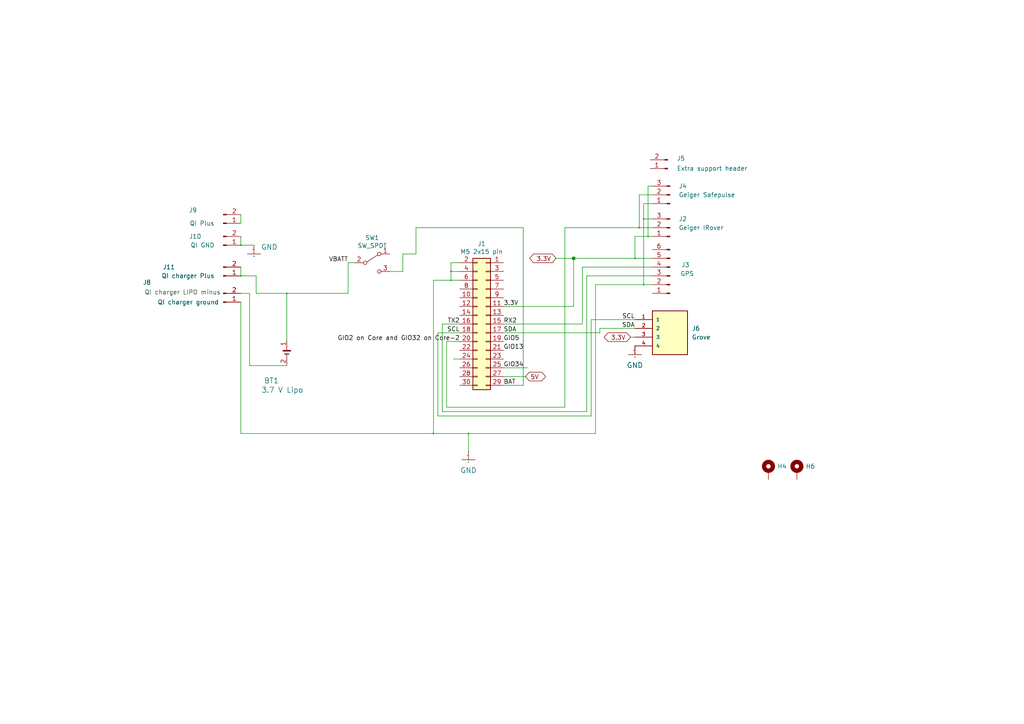
<source format=kicad_sch>
(kicad_sch (version 20231120) (generator "eeschema") (generator_version "8.0")
  (paper "A4")
  (title_block (title "bGeigieZen V3.0.2") (date "2024-01-17") (rev "V3.0.2") (company "GitHub link at https://github.com/Safecast/bGeigieZen"))
  (lib_symbols
    (symbol "110990030:110990030" (pin_names (offset 1.016))
      (property "Reference" "J" (at -5.08 5.842 0))
      (property "Value" "110990030" (at -5.08 -8.382 0))
      (symbol "110990030_0_0"
        (rectangle (start -5.08 -7.62) (end 5.08 5.08) (stroke (width 0.254)) (fill (type background)))
        (pin passive line (at -10.16 2.54 0) (length 5.08) (name "1") (number "1"))
        (pin passive line (at -10.16 0 0) (length 5.08) (name "2") (number "2"))
        (pin passive line (at -10.16 -2.54 0) (length 5.08) (name "3") (number "3"))
        (pin passive line (at -10.16 -5.08 0) (length 5.08) (name "4") (number "4"))
      )
    )
    (symbol "Connector:Conn_01x02_Male" (pin_names hide)
      (property "Reference" "J" (at 0 2.54 0))
      (property "Value" "Conn_01x02_Male" (at 0 -5.08 0))
      (symbol "Conn_01x02_Male_1_1"
        (polyline (pts (xy 1.27 -2.54) (xy 0.8636 -2.54)))
        (polyline (pts (xy 1.27 0) (xy 0.8636 0)))
        (rectangle (start 0.8636 -2.413) (end 0 -2.667) (fill (type outline)))
        (rectangle (start 0.8636 0.127) (end 0 -0.127) (fill (type outline)))
        (pin passive line (at 5.08 0 180) (length 3.81) (name "Pin_1") (number "1"))
        (pin passive line (at 5.08 -2.54 180) (length 3.81) (name "Pin_2") (number "2"))
      )
    )
    (symbol "Connector:Conn_01x02_Male_1" (pin_names (offset 1.016) hide)
      (property "Reference" "J" (at 0 2.54 0))
      (property "Value" "Conn_01x02_Male" (at 0 -5.08 0))
      (symbol "Conn_01x02_Male_1_1_1"
        (polyline (pts (xy 1.27 -2.54) (xy 0.8636 -2.54)) (stroke (width 0.1524)))
        (polyline (pts (xy 1.27 0) (xy 0.8636 0)) (stroke (width 0.1524)))
        (rectangle (start 0.8636 -2.413) (end 0 -2.667) (stroke (width 0.1524)) (fill (type outline)))
        (rectangle (start 0.8636 0.127) (end 0 -0.127) (stroke (width 0.1524)) (fill (type outline)))
        (pin passive line (at 5.08 0 180) (length 3.81) (name "Pin_1") (number "1"))
        (pin passive line (at 5.08 -2.54 180) (length 3.81) (name "Pin_2") (number "2"))
      )
    )
    (symbol "Connector:Conn_01x03_Male" (pin_names hide)
      (property "Reference" "J" (at 0 5.08 0))
      (property "Value" "Conn_01x03_Male" (at 0 -5.08 0))
      (symbol "Conn_01x03_Male_1_1"
        (polyline (pts (xy 1.27 -2.54) (xy 0.8636 -2.54)) (stroke (width 0.1524)))
        (polyline (pts (xy 1.27 0) (xy 0.8636 0)) (stroke (width 0.1524)))
        (polyline (pts (xy 1.27 2.54) (xy 0.8636 2.54)) (stroke (width 0.1524)))
        (rectangle (start 0.8636 -2.413) (end 0 -2.667) (stroke (width 0.1524)) (fill (type outline)))
        (rectangle (start 0.8636 0.127) (end 0 -0.127) (stroke (width 0.1524)) (fill (type outline)))
        (rectangle (start 0.8636 2.667) (end 0 2.413) (stroke (width 0.1524)) (fill (type outline)))
        (pin passive line (at 5.08 2.54 180) (length 3.81) (name "Pin_1") (number "1"))
        (pin passive line (at 5.08 0 180) (length 3.81) (name "Pin_2") (number "2"))
        (pin passive line (at 5.08 -2.54 180) (length 3.81) (name "Pin_3") (number "3"))
      )
    )
    (symbol "Connector:Conn_01x06_Male" (pin_names (offset 1.016) hide)
      (property "Reference" "J" (at 0 7.62 0))
      (property "Value" "Conn_01x06_Male" (at 0 -10.16 0))
      (symbol "Conn_01x06_Male_1_1"
        (polyline (pts (xy 1.27 -7.62) (xy 0.8636 -7.62)) (stroke (width 0.1524)))
        (polyline (pts (xy 1.27 -5.08) (xy 0.8636 -5.08)) (stroke (width 0.1524)))
        (polyline (pts (xy 1.27 -2.54) (xy 0.8636 -2.54)) (stroke (width 0.1524)))
        (polyline (pts (xy 1.27 0) (xy 0.8636 0)) (stroke (width 0.1524)))
        (polyline (pts (xy 1.27 2.54) (xy 0.8636 2.54)) (stroke (width 0.1524)))
        (polyline (pts (xy 1.27 5.08) (xy 0.8636 5.08)) (stroke (width 0.1524)))
        (rectangle (start 0.8636 -7.493) (end 0 -7.747) (stroke (width 0.1524)) (fill (type outline)))
        (rectangle (start 0.8636 -4.953) (end 0 -5.207) (stroke (width 0.1524)) (fill (type outline)))
        (rectangle (start 0.8636 -2.413) (end 0 -2.667) (stroke (width 0.1524)) (fill (type outline)))
        (rectangle (start 0.8636 0.127) (end 0 -0.127) (stroke (width 0.1524)) (fill (type outline)))
        (rectangle (start 0.8636 2.667) (end 0 2.413) (stroke (width 0.1524)) (fill (type outline)))
        (rectangle (start 0.8636 5.207) (end 0 4.953) (stroke (width 0.1524)) (fill (type outline)))
        (pin passive line (at 5.08 5.08 180) (length 3.81) (name "Pin_1") (number "1"))
        (pin passive line (at 5.08 2.54 180) (length 3.81) (name "Pin_2") (number "2"))
        (pin passive line (at 5.08 0 180) (length 3.81) (name "Pin_3") (number "3"))
        (pin passive line (at 5.08 -2.54 180) (length 3.81) (name "Pin_4") (number "4"))
        (pin passive line (at 5.08 -5.08 180) (length 3.81) (name "Pin_5") (number "5"))
        (pin passive line (at 5.08 -7.62 180) (length 3.81) (name "Pin_6") (number "6"))
      )
    )
    (symbol "Connector_Generic:Conn_02x15_Odd_Even" (pin_names hide)
      (property "Reference" "J" (at 1.27 20.32 0))
      (property "Value" "Conn_02x15_Odd_Even" (at 1.27 -20.32 0))
      (symbol "Conn_02x15_Odd_Even_1_1"
        (rectangle (start -1.27 -17.653) (end 0 -17.907))
        (rectangle (start -1.27 -15.113) (end 0 -15.367))
        (rectangle (start -1.27 -12.573) (end 0 -12.827))
        (rectangle (start -1.27 -10.033) (end 0 -10.287))
        (rectangle (start -1.27 -7.493) (end 0 -7.747))
        (rectangle (start -1.27 -4.953) (end 0 -5.207))
        (rectangle (start -1.27 -2.413) (end 0 -2.667))
        (rectangle (start -1.27 0.127) (end 0 -0.127))
        (rectangle (start -1.27 2.667) (end 0 2.413))
        (rectangle (start -1.27 5.207) (end 0 4.953))
        (rectangle (start -1.27 7.747) (end 0 7.493))
        (rectangle (start -1.27 10.287) (end 0 10.033))
        (rectangle (start -1.27 12.827) (end 0 12.573))
        (rectangle (start -1.27 15.367) (end 0 15.113))
        (rectangle (start -1.27 17.907) (end 0 17.653))
        (rectangle (start -1.27 19.05) (end 3.81 -19.05) (stroke (width 0.254)) (fill (type background)))
        (rectangle (start 3.81 -17.653) (end 2.54 -17.907))
        (rectangle (start 3.81 -15.113) (end 2.54 -15.367))
        (rectangle (start 3.81 -12.573) (end 2.54 -12.827))
        (rectangle (start 3.81 -10.033) (end 2.54 -10.287))
        (rectangle (start 3.81 -7.493) (end 2.54 -7.747))
        (rectangle (start 3.81 -4.953) (end 2.54 -5.207))
        (rectangle (start 3.81 -2.413) (end 2.54 -2.667))
        (rectangle (start 3.81 0.127) (end 2.54 -0.127))
        (rectangle (start 3.81 2.667) (end 2.54 2.413))
        (rectangle (start 3.81 5.207) (end 2.54 4.953))
        (rectangle (start 3.81 7.747) (end 2.54 7.493))
        (rectangle (start 3.81 10.287) (end 2.54 10.033))
        (rectangle (start 3.81 12.827) (end 2.54 12.573))
        (rectangle (start 3.81 15.367) (end 2.54 15.113))
        (rectangle (start 3.81 17.907) (end 2.54 17.653))
        (pin passive line (at -5.08 17.78 0) (length 3.81) (name "Pin_1") (number "1"))
        (pin passive line (at 7.62 7.62 180) (length 3.81) (name "Pin_10") (number "10"))
        (pin passive line (at -5.08 5.08 0) (length 3.81) (name "Pin_11") (number "11"))
        (pin passive line (at 7.62 5.08 180) (length 3.81) (name "Pin_12") (number "12"))
        (pin passive line (at -5.08 2.54 0) (length 3.81) (name "Pin_13") (number "13"))
        (pin passive line (at 7.62 2.54 180) (length 3.81) (name "Pin_14") (number "14"))
        (pin passive line (at -5.08 0 0) (length 3.81) (name "Pin_15") (number "15"))
        (pin passive line (at 7.62 0 180) (length 3.81) (name "Pin_16") (number "16"))
        (pin passive line (at -5.08 -2.54 0) (length 3.81) (name "Pin_17") (number "17"))
        (pin passive line (at 7.62 -2.54 180) (length 3.81) (name "Pin_18") (number "18"))
        (pin passive line (at -5.08 -5.08 0) (length 3.81) (name "Pin_19") (number "19"))
        (pin passive line (at 7.62 17.78 180) (length 3.81) (name "Pin_2") (number "2"))
        (pin passive line (at 7.62 -5.08 180) (length 3.81) (name "Pin_20") (number "20"))
        (pin passive line (at -5.08 -7.62 0) (length 3.81) (name "Pin_21") (number "21"))
        (pin passive line (at 7.62 -7.62 180) (length 3.81) (name "Pin_22") (number "22"))
        (pin passive line (at -5.08 -10.16 0) (length 3.81) (name "Pin_23") (number "23"))
        (pin passive line (at 7.62 -10.16 180) (length 3.81) (name "Pin_24") (number "24"))
        (pin passive line (at -5.08 -12.7 0) (length 3.81) (name "Pin_25") (number "25"))
        (pin passive line (at 7.62 -12.7 180) (length 3.81) (name "Pin_26") (number "26"))
        (pin passive line (at -5.08 -15.24 0) (length 3.81) (name "Pin_27") (number "27"))
        (pin passive line (at 7.62 -15.24 180) (length 3.81) (name "Pin_28") (number "28"))
        (pin passive line (at -5.08 -17.78 0) (length 3.81) (name "Pin_29") (number "29"))
        (pin passive line (at -5.08 15.24 0) (length 3.81) (name "Pin_3") (number "3"))
        (pin passive line (at 7.62 -17.78 180) (length 3.81) (name "Pin_30") (number "30"))
        (pin passive line (at 7.62 15.24 180) (length 3.81) (name "Pin_4") (number "4"))
        (pin passive line (at -5.08 12.7 0) (length 3.81) (name "Pin_5") (number "5"))
        (pin passive line (at 7.62 12.7 180) (length 3.81) (name "Pin_6") (number "6"))
        (pin passive line (at -5.08 10.16 0) (length 3.81) (name "Pin_7") (number "7"))
        (pin passive line (at 7.62 10.16 180) (length 3.81) (name "Pin_8") (number "8"))
        (pin passive line (at -5.08 7.62 0) (length 3.81) (name "Pin_9") (number "9"))
      )
    )
    (symbol "Mechanical:MountingHole_Pad" (pin_numbers hide) (pin_names hide)
      (property "Reference" "H" (at 0 6.35 0))
      (property "Value" "MountingHole_Pad" (at 0 4.445 0))
      (symbol "MountingHole_Pad_0_1"
        (circle (center 0 1.27) (radius 1.27) (stroke (width 1.27)))
      )
      (symbol "MountingHole_Pad_1_1"
        (pin input line (at 0 -2.54 90) (length 2.54) (name "1") (number "1"))
      )
    )
    (symbol "Switch:SW_SPDT" (pin_names (offset 0) hide)
      (property "Reference" "SW1" (at 0 7.239 0))
      (property "Value" "SW_SPDT" (at 0 4.9276 0))
      (symbol "SW_SPDT_0_0"
        (circle (center -2.032 0) (radius 0.508))
        (circle (center 2.032 -2.54) (radius 0.508))
      )
      (symbol "SW_SPDT_0_1"
        (polyline (pts (xy -1.524 0.254) (xy 1.651 2.286)))
        (circle (center 2.032 2.54) (radius 0.508))
      )
      (symbol "SW_SPDT_1_1"
        (pin passive line (at 5.08 2.54 180) (length 2.54) (name "A") (number "1"))
        (pin passive line (at -5.08 0 0) (length 2.54) (name "B") (number "2"))
        (pin passive line (at 5.08 -2.54 180) (length 2.54) (name "C") (number "3"))
      )
    )
    (symbol "bGeigieRaku-V2-rescue:BATTERY-akizuki-M5_board-rescue" (pin_names hide)
      (property "Reference" "BT" (at 0 -7.62 0))
      (property "Value" "BATTERY-akizuki-M5_board-rescue" (at 0 6.35 0))
      (symbol "BATTERY-akizuki-M5_board-rescue_0_1"
        (rectangle (start -1.143 0.635) (end 1.143 0.381) (fill (type outline)))
        (rectangle (start -0.635 -0.381) (end 0.635 -0.508))
        (polyline (pts (xy 0 -0.508) (xy 0 -1.27)))
        (polyline (pts (xy 0 1.27) (xy 0 0.635)))
      )
      (symbol "BATTERY-akizuki-M5_board-rescue_1_1"
        (pin input line (at 0 3.81 270) (length 2.54) (name "+") (number "1"))
        (pin input line (at 0 -3.81 90) (length 2.54) (name "-") (number "2"))
      )
    )
    (symbol "bGeigieRaku-V2-rescue:GND-bGeigieNano_V1.1.5" (power)
      (property "Value" "GND-bGeigieNano_V1.1.5" (at 0 -0.254 0))
      (symbol "GND-bGeigieNano_V1.1.5_1_0"
        (polyline (pts (xy -1.905 0) (xy 1.905 0)))
        (pin power_in line (at 0 2.54 270) (length 2.54) (name "GND") (number "1"))
      )
    )
  )
  (junction (at 125.73 125.73) (diameter 0.3048))
  (junction (at 186.69 82.55) (diameter 0.3048))
  (junction (at 166.37 74.93))
  (junction (at 130.81 81.28) (diameter 0.3048))
  (junction (at 83.185 85.09) (diameter 0.3048))
  (junction (at 186.69 63.5) (diameter 0.3048))
  (junction (at 185.42 66.04) (diameter 0.3048))
  (junction (at 69.85 71.12) (diameter 0.3048))
  (junction (at 184.15 74.93) (diameter 0.3048))
  (junction (at 69.85 80.01) (diameter 0.3048))
  (junction (at 187.96 68.58) (diameter 0.3048))
  (junction (at 135.89 125.73) (diameter 0.3048))
  (junction (at 130.81 78.74) (diameter 0.3048))
  (wire (pts (xy 127 96.52) (xy 133.35 96.52)))
  (wire (pts (xy 127 120.65) (xy 127 96.52)))
  (wire (pts (xy 186.69 59.055) (xy 189.23 59.055)))
  (wire (pts (xy 74.295 85.09) (xy 83.185 85.09)))
  (wire (pts (xy 186.69 82.55) (xy 172.72 82.55)))
  (wire (pts (xy 130.81 78.74) (xy 133.35 78.74)))
  (wire (pts (xy 69.85 87.63) (xy 69.85 125.73)))
  (wire (pts (xy 135.89 125.73) (xy 135.89 130.81)))
  (wire (pts (xy 135.89 125.73) (xy 172.72 125.73)))
  (wire (pts (xy 146.05 109.22) (xy 152.4 109.22)))
  (wire (pts (xy 151.765 111.76) (xy 146.05 111.76)))
  (wire (pts (xy 130.81 81.28) (xy 133.35 81.28)))
  (wire (pts (xy 72.39 106.045) (xy 83.185 106.045)))
  (wire (pts (xy 72.39 85.09) (xy 72.39 106.045)))
  (wire (pts (xy 161.29 74.93) (xy 166.37 74.93)))
  (wire (pts (xy 189.23 66.04) (xy 185.42 66.04)))
  (wire (pts (xy 146.05 96.52) (xy 173.99 96.52)))
  (wire (pts (xy 130.81 78.74) (xy 130.81 76.2)))
  (wire (pts (xy 100.965 76.2) (xy 102.87 76.2)))
  (wire (pts (xy 69.85 71.12) (xy 73.66 71.12)))
  (wire (pts (xy 170.18 119.38) (xy 128.27 119.38)))
  (wire (pts (xy 168.91 93.98) (xy 146.05 93.98)))
  (wire (pts (xy 125.73 125.73) (xy 125.73 81.28)))
  (wire (pts (xy 129.54 118.11) (xy 163.83 118.11)))
  (wire (pts (xy 128.27 93.98) (xy 133.35 93.98)))
  (wire (pts (xy 116.84 73.66) (xy 116.84 78.74)))
  (wire (pts (xy 186.69 82.55) (xy 186.69 63.5)))
  (wire (pts (xy 116.84 73.66) (xy 120.65 73.66)))
  (wire (pts (xy 184.15 74.93) (xy 184.15 68.58)))
  (wire (pts (xy 125.73 125.73) (xy 135.89 125.73)))
  (wire (pts (xy 69.85 85.09) (xy 72.39 85.09)))
  (wire (pts (xy 187.96 53.975) (xy 187.96 68.58)))
  (wire (pts (xy 133.35 104.14) (xy 131.445 104.14)))
  (wire (pts (xy 129.54 118.11) (xy 129.54 99.06)))
  (wire (pts (xy 69.85 68.58) (xy 69.85 71.12)))
  (wire (pts (xy 69.85 62.23) (xy 69.85 64.77)))
  (wire (pts (xy 163.83 66.04) (xy 185.42 66.04)))
  (wire (pts (xy 69.85 77.47) (xy 69.85 80.01)))
  (wire (pts (xy 130.81 81.28) (xy 130.81 78.74)))
  (wire (pts (xy 125.73 81.28) (xy 130.81 81.28)))
  (wire (pts (xy 173.99 95.25) (xy 184.15 95.25)))
  (wire (pts (xy 113.03 78.74) (xy 116.84 78.74)))
  (wire (pts (xy 182.88 97.79) (xy 184.15 97.79)))
  (wire (pts (xy 170.18 80.01) (xy 170.18 119.38)))
  (wire (pts (xy 189.23 77.47) (xy 168.91 77.47)))
  (wire (pts (xy 69.85 125.73) (xy 125.73 125.73)))
  (wire (pts (xy 173.99 95.25) (xy 173.99 96.52)))
  (wire (pts (xy 185.42 56.515) (xy 185.42 66.04)))
  (wire (pts (xy 189.23 56.515) (xy 185.42 56.515)))
  (wire (pts (xy 146.05 88.9) (xy 166.37 88.9)))
  (wire (pts (xy 163.83 66.04) (xy 163.83 118.11)))
  (wire (pts (xy 172.72 82.55) (xy 172.72 125.73)))
  (wire (pts (xy 120.65 73.66) (xy 120.65 66.04)))
  (wire (pts (xy 74.295 80.01) (xy 74.295 85.09)))
  (wire (pts (xy 151.765 66.04) (xy 151.765 111.76)))
  (wire (pts (xy 130.81 76.2) (xy 133.35 76.2)))
  (wire (pts (xy 187.96 53.975) (xy 189.23 53.975)))
  (wire (pts (xy 189.23 82.55) (xy 186.69 82.55)))
  (wire (pts (xy 128.27 119.38) (xy 128.27 93.98)))
  (wire (pts (xy 168.91 77.47) (xy 168.91 93.98)))
  (wire (pts (xy 184.15 68.58) (xy 187.96 68.58)))
  (wire (pts (xy 187.96 68.58) (xy 189.23 68.58)))
  (wire (pts (xy 129.54 99.06) (xy 133.35 99.06)))
  (wire (pts (xy 69.85 80.01) (xy 74.295 80.01)))
  (wire (pts (xy 83.185 85.09) (xy 100.965 85.09)))
  (wire (pts (xy 100.965 76.2) (xy 100.965 85.09)))
  (wire (pts (xy 171.45 92.71) (xy 184.15 92.71)))
  (wire (pts (xy 166.37 74.93) (xy 184.15 74.93)))
  (wire (pts (xy 186.69 63.5) (xy 186.69 59.055)))
  (wire (pts (xy 166.37 74.93) (xy 166.37 88.9)))
  (wire (pts (xy 184.15 74.93) (xy 189.23 74.93)))
  (wire (pts (xy 189.23 80.01) (xy 170.18 80.01)))
  (wire (pts (xy 146.05 106.68) (xy 153.035 106.68)))
  (wire (pts (xy 171.45 120.65) (xy 127 120.65)))
  (wire (pts (xy 186.69 63.5) (xy 189.23 63.5)))
  (wire (pts (xy 83.185 98.425) (xy 83.185 85.09)))
  (wire (pts (xy 120.65 66.04) (xy 151.765 66.04)))
  (wire (pts (xy 171.45 92.71) (xy 171.45 120.65)))
  (text "QI charger LIPO minus" (at 41.91 85.725 0) (effects (font (size 1.27 1.27)) (justify left bottom)))
  (label "SDA" (at 146.05 96.52 0))
  (label "TX2" (at 133.35 93.98 180))
  (label "VBATT" (at 100.965 76.2 180))
  (label "GIO13" (at 146.05 101.6 0))
  (label "GIO34" (at 146.05 106.68 0))
  (label "GIO2 on Core and GIO32 on Core-2" (at 133.35 99.06 180))
  (label "3.3V" (at 146.05 88.9 0))
  (label "SCL" (at 184.15 92.71 180))
  (label "SCL" (at 133.35 96.52 180))
  (label "GIO5" (at 146.05 99.06 0))
  (label "BAT" (at 146.05 111.76 0))
  (label "RX2" (at 146.05 93.98 0))
  (label "SDA" (at 184.15 95.25 180))
  (global_label "3.3V" (shape bidirectional) (at 182.88 97.79 180) (property "Intersheetrefs" "${INTERSHEET_REFS}" (effects (hide yes))))
  (global_label "3.3V" (shape bidirectional) (at 161.29 74.93 180) (property "Intersheetrefs" "${INTERSHEET_REFS}" (effects (hide yes))))
  (global_label "5V" (shape bidirectional) (at 152.4 109.22 0) (property "Intersheetrefs" "${INTERSHEET_REFS}" (effects (hide yes))))
  (symbol (lib_id "Connector_Generic:Conn_02x15_Odd_Even") (at 140.97 93.98 0) (mirror y) (unit 1)
    (property "Reference" "J1" (at 139.7 70.6882 0))
    (property "Value" "M5 2x15 pin" (at 139.7 72.9996 0))
    (property "Footprint" "Connector_PinHeader_2.54mm:PinHeader_2x15_P2.54mm_Vertical" (effects (hide yes)))
    (property "Datasheet" "Hirosugi Instruments: PSM-4200233-15" (effects (hide yes)))
  )
  (symbol (lib_id "bGeigieRaku-V2-rescue:BATTERY-akizuki-M5_board-rescue") (at 83.185 102.235 0) (unit 1)
    (property "Reference" "BT1" (at 76.5302 110.3884 0) (effects (font (size 1.524 1.524)) (justify left)))
    (property "Value" " 3.7 V Lipo" (at 74.6252 113.1062 0) (effects (font (size 1.524 1.524)) (justify left)))
    (property "Footprint" "Library:BATTERY_18650-HOLDER" (effects (hide yes)))
  )
  (symbol (lib_id "Connector:Conn_01x06_Male") (at 194.31 80.01 180) (unit 1)
    (property "Reference" "J3" (at 200.025 76.835 0) (effects (justify left)))
    (property "Value" "GPS" (at 201.295 79.375 0) (effects (justify left)))
    (property "Footprint" "Connector_PinSocket_2.54mm:PinSocket_1x06_P2.54mm_Vertical" (effects (hide yes)))
  )
  (symbol (lib_id "Switch:SW_SPDT") (at 107.95 76.2 0) (unit 1)
    (property "Reference" "SW1" (at 107.95 68.961 0))
    (property "Value" "SW_SPDT" (at 107.95 71.2724 0))
    (property "Footprint" "bGeigieNanoKit V1.1r5a:EG1206" (effects (hide yes)))
    (property "Datasheet" "https://www.digikey.jp/product-detail/ja/e-switch/EG1206/EG1916-ND/251333" (effects (hide yes)))
  )
  (symbol (lib_id "Connector:Conn_01x03_Male") (at 194.31 66.04 180) (unit 1)
    (property "Reference" "J2" (at 196.85 63.5 0) (effects (justify right)))
    (property "Value" "Geiger IRover" (at 196.85 66.04 0) (effects (justify right)))
    (property "Footprint" "Connector_PinHeader_2.54mm:PinHeader_1x03_P2.54mm_Vertical" (effects (hide yes)))
  )
  (symbol (lib_id "bGeigieRaku-V2-rescue:GND-bGeigieNano_V1.1.5") (at 135.89 133.35 0) (unit 1)
    (property "Reference" "#GND01" (effects (hide yes)))
    (property "Value" "GND" (at 135.89 136.4234 0) (effects (font (size 1.4986 1.4986))))
  )
  (symbol (lib_id "Connector:Conn_01x02_Male") (at 64.77 80.01 0) (mirror x) (unit 1)
    (property "Reference" "J11" (at 50.8 77.47 0) (effects (justify right)))
    (property "Value" "QI charger Plus" (at 62.23 80.01 0) (effects (justify right)))
    (property "Footprint" "bGeigieZen:PinHeader_1x02_P2.54mm_Vertical_4056" (effects (hide yes)))
  )
  (symbol (lib_id "Connector:Conn_01x02_Male") (at 64.77 71.12 0) (mirror x) (unit 1)
    (property "Reference" "J10" (at 58.42 68.58 0) (effects (justify right)))
    (property "Value" "QI GND" (at 62.23 71.12 0) (effects (justify right)))
    (property "Footprint" "Connector_PinHeader_2.54mm:PinHeader_1x02_P2.54mm_Vertical" (effects (hide yes)))
  )
  (symbol (lib_id "Connector:Conn_01x02_Male") (at 64.77 64.77 0) (mirror x) (unit 1)
    (property "Reference" "J9" (at 57.15 60.96 0) (effects (justify right)))
    (property "Value" "QI Plus" (at 62.23 64.77 0) (effects (justify right)))
    (property "Footprint" "Connector_PinHeader_2.54mm:PinHeader_1x02_P2.54mm_Vertical" (effects (hide yes)))
  )
  (symbol (lib_id "Mechanical:MountingHole_Pad") (at 222.885 136.525 0) (unit 1)
    (property "Reference" "H4" (at 225.425 135.255 0) (effects (justify left)))
    (property "Value" "MountingHole_Pad" (effects (hide yes)))
    (property "Footprint" "MountingHole:MountingHole_3.2mm_M3" (effects (hide yes)))
  )
  (symbol (lib_id "Mechanical:MountingHole_Pad") (at 231.14 136.525 0) (unit 1)
    (property "Reference" "H6" (at 233.68 135.255 0) (effects (justify left)))
    (property "Value" "MountingHole_Pad" (effects (hide yes)))
    (property "Footprint" "MountingHole:MountingHole_3.2mm_M3" (effects (hide yes)))
  )
  (symbol (lib_id "Connector:Conn_01x03_Male") (at 194.31 56.515 180) (unit 1)
    (property "Reference" "J4" (at 196.85 53.975 0) (effects (justify right)))
    (property "Value" "Geiger Safepulse" (at 196.85 56.515 0) (effects (justify right)))
    (property "Footprint" "Connector_PinHeader_2.54mm:PinHeader_1x03_P2.54mm_Vertical" (effects (hide yes)))
  )
  (symbol (lib_id "bGeigieRaku-V2-rescue:GND-bGeigieNano_V1.1.5") (at 73.66 73.66 0) (unit 1)
    (property "Reference" "#GND0101" (effects (hide yes)))
    (property "Value" "GND" (at 78.105 71.6534 0) (effects (font (size 1.4986 1.4986))))
  )
  (symbol (lib_id "bGeigieRaku-V2-rescue:GND-bGeigieNano_V1.1.5") (at 184.15 102.87 0) (unit 1)
    (property "Reference" "#GND0102" (effects (hide yes)))
    (property "Value" "GND" (at 184.15 105.9434 0) (effects (font (size 1.4986 1.4986))))
  )
  (symbol (lib_id "110990030:110990030") (at 194.31 95.25 0) (unit 1)
    (property "Reference" "J6" (at 200.66 95.2499 0) (effects (justify left)))
    (property "Value" "Grove" (at 200.66 97.7899 0) (effects (justify left)))
    (property "Footprint" "Connector_PinSocket_2.00mm:PinSocket_1x04_P2.00mm_Horizontal" (effects (hide yes)))
    (property "PARTREV" "A" (effects (hide yes)))
    (property "STANDARD" "Manufacturer Recommendations" (effects (hide yes)))
    (property "MAXIMUM_PACKAGE_HEIGHT" "8.1mm" (effects (hide yes)))
    (property "MANUFACTURER" "Seeed Technology" (effects (hide yes)))
  )
  (symbol (lib_id "Connector:Conn_01x02_Male") (at 64.77 87.63 0) (mirror x) (unit 1)
    (property "Reference" "J8" (at 43.815 81.915 0) (effects (justify right)))
    (property "Value" "QI charger ground" (at 63.5 87.63 0) (effects (justify right)))
    (property "Footprint" "Connector_PinHeader_2.54mm:PinHeader_1x02_P2.54mm_Vertical" (effects (hide yes)))
  )
  (symbol (lib_name "Connector:Conn_01x02_Male_1") (lib_id "Connector:Conn_01x02_Male") (at 193.675 48.895 180) (unit 1)
    (property "Reference" "J5" (at 196.2913 45.9168 0) (effects (justify right)))
    (property "Value" "Extra support header" (at 196.2913 48.8505 0) (effects (justify right)))
    (property "Footprint" "Connector_PinHeader_2.54mm:PinHeader_1x02_P2.54mm_Vertical" (effects (hide yes)))
  )
)
</source>
